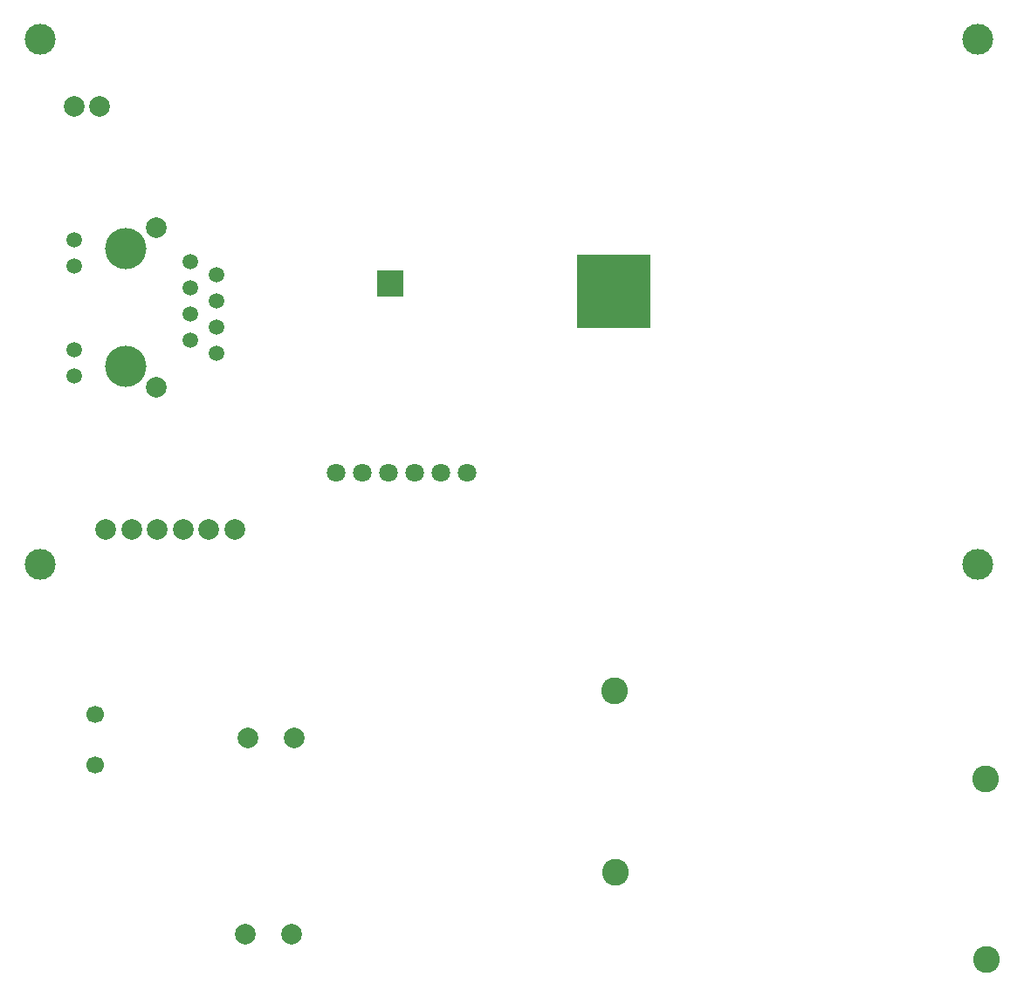
<source format=gbs>
G04 #@! TF.FileFunction,Soldermask,Bot*
%FSLAX46Y46*%
G04 Gerber Fmt 4.6, Leading zero omitted, Abs format (unit mm)*
G04 Created by KiCad (PCBNEW 4.0.2+e4-6225~38~ubuntu14.04.1-stable) date Sat 13 Aug 2016 03:13:24 PM PDT*
%MOMM*%
G01*
G04 APERTURE LIST*
%ADD10C,0.150000*%
%ADD11C,3.000000*%
%ADD12C,1.800000*%
%ADD13C,2.000000*%
%ADD14R,2.499360X2.499360*%
%ADD15R,7.150000X7.150000*%
%ADD16C,1.500000*%
%ADD17C,4.000000*%
%ADD18C,1.998980*%
%ADD19C,1.700000*%
%ADD20C,2.600000*%
G04 APERTURE END LIST*
D10*
D11*
X25000000Y-73000000D03*
X116000000Y-73000000D03*
D12*
X63899680Y-64100000D03*
X66439680Y-64100000D03*
X53760000Y-64100000D03*
X56300000Y-64100000D03*
X61369840Y-64100000D03*
X58829840Y-64100000D03*
D13*
X28325000Y-28550000D03*
X30825000Y-28550000D03*
X38900000Y-69600000D03*
X36400000Y-69600000D03*
X43900000Y-69600000D03*
X41400000Y-69600000D03*
X31400000Y-69600000D03*
X33900000Y-69600000D03*
D14*
X59010000Y-45730000D03*
D15*
X80660000Y-46490000D03*
D16*
X28300000Y-41475000D03*
X28300000Y-44015000D03*
X28300000Y-52185000D03*
X28300000Y-54725000D03*
X39550000Y-43660000D03*
X39550000Y-48730000D03*
X39550000Y-46200000D03*
X39550000Y-51270000D03*
X42090000Y-44920000D03*
X42090000Y-50000000D03*
X42090000Y-47460000D03*
D17*
X33332080Y-53815000D03*
X33332080Y-42385000D03*
D13*
X36250000Y-40355000D03*
X36250000Y-55845000D03*
D16*
X42090000Y-52540000D03*
D11*
X25000000Y-22000000D03*
X116000000Y-22000000D03*
D18*
X45200200Y-89889800D03*
X49701080Y-89889800D03*
D19*
X30400000Y-92500000D03*
X30400000Y-87600000D03*
D18*
X44900200Y-108915280D03*
X49401080Y-108915280D03*
D20*
X80700000Y-85300000D03*
X116700000Y-93800000D03*
X80800000Y-102900000D03*
X116800000Y-111400000D03*
M02*

</source>
